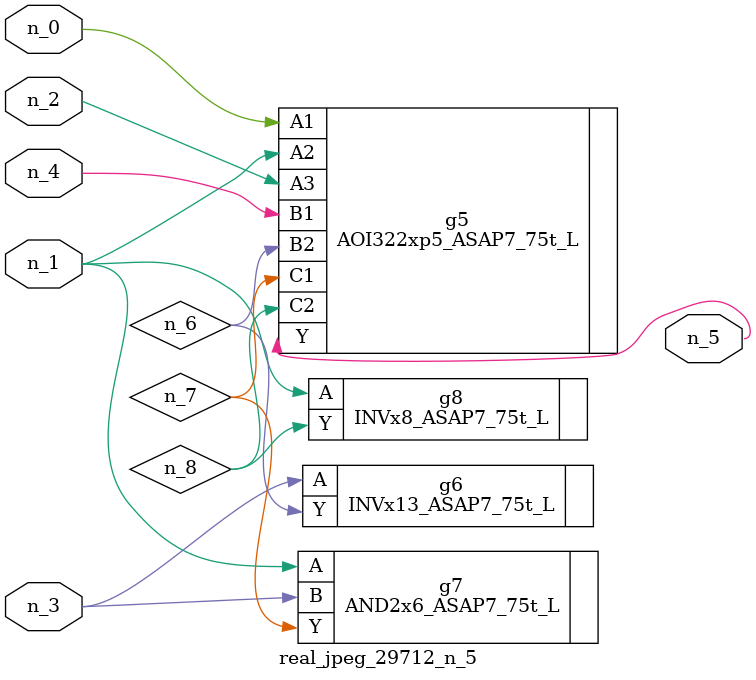
<source format=v>
module real_jpeg_29712_n_5 (n_4, n_0, n_1, n_2, n_3, n_5);

input n_4;
input n_0;
input n_1;
input n_2;
input n_3;

output n_5;

wire n_8;
wire n_6;
wire n_7;

AOI322xp5_ASAP7_75t_L g5 ( 
.A1(n_0),
.A2(n_1),
.A3(n_2),
.B1(n_4),
.B2(n_6),
.C1(n_7),
.C2(n_8),
.Y(n_5)
);

AND2x6_ASAP7_75t_L g7 ( 
.A(n_1),
.B(n_3),
.Y(n_7)
);

INVx8_ASAP7_75t_L g8 ( 
.A(n_1),
.Y(n_8)
);

INVx13_ASAP7_75t_L g6 ( 
.A(n_3),
.Y(n_6)
);


endmodule
</source>
